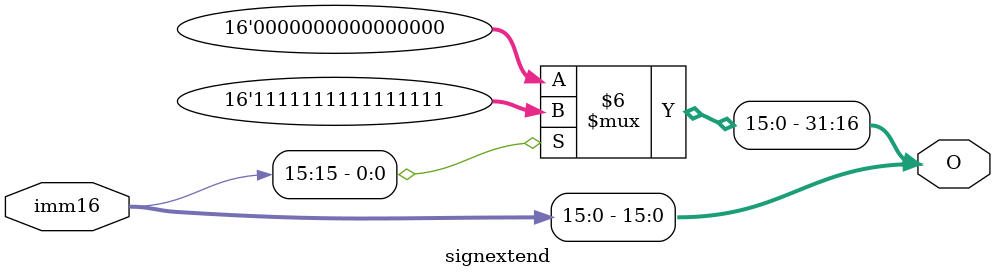
<source format=v>

module datapath(input Clr, Clk);

//wires to be used on instantiating the modules on datapath
  reg [7:0] state1;
  wire [7:0] Y, state, st;
  wire COND, MOC, IR_Ld, MAR_Ld, MDR_Ld, MuxMAR_Ld, RF_Ld, MuxC_Ld, PC_Ld, nPC_Ld, MuxMDR_Ld, MOV, RW, Hi_Ld, Lo_Ld;
	    wire inputCarry, negativeFlag, zeroFlag, carryFlag, overflowFlag;

  wire [5:0] opcode;
  wire[1:0] MuxA_Ld, MuxB_Ld, MuxReg_Ld;

  wire[31:0] DataOut;

	wire[31:0] PC_out;

	wire[31:0] se_out;

	wire[31:0] nPC_out;

	wire[31:0] MAR_out, Mux_MAR_out;

	wire[31:0] MDR_out, Mux_MDR_out;

	wire[31:0] ALU_out, Hi_in, Lo_in;
	wire[5:0] func;
  wire N, Z, C, V;

	wire[31:0] IR_out;

	wire[31:0] PA, PB; 
	wire[4:0] Mux_c_out;

	wire[31:0] Mux_a_out, Mux_b_out, Mux_reg_out;
	
  wire[31:0] lo_out, hi_out;
	
// Modules are Instantiated here. Missing ALU and Register File

	Control_Unit CU(state, Y, st, state1, COND, IR_out, MOC, IR_Ld, MAR_Ld, MDR_Ld, MuxMAR_Ld, RF_Ld, MuxC_Ld, PC_Ld, nPC_Ld, MuxMDR_Ld, MOV, RW, Hi_Ld, Lo_Ld, opcode, func, MuxA_Ld, MuxB_Ld, MuxReg_Ld, Clr, Clk);

	mux_4x1_32 MUXA(Mux_a_out, MuxA_Ld, PA, PC_out,  nPC_out, 32'b0);
	
	mux_4x1_32 MUXB(Mux_b_out, MuxB_Ld, PB, se_out, MDR_out, 32'd4);
	
  mux_2x1_5 MUXC(Mux_c_out, MuxC_Ld, IR_out[15:11], IR_out[20:16]);

  mux_3x1_32 MUXREG(Mux_reg_out, MuxReg_Ld, ALU_out, hi_out, lo_out);
			
	signextend SE(se_out, IR_out[15:0]);
  
  registernPC nPC(nPC_out, nPC_Ld, ALU_out, Clr, Clk);
	
	registerclr PC(PC_out, PC_Ld, nPC_out, Clr, Clk);
	
	registerIR IR(IR_out, IR_Ld, DataOut, Clr, Clk);
	
	registerclr LO(lo_out, Lo_Ld, ALU_out, Clr, Clk);
	
	registerclr HI(hi_out, Hi_Ld, ALU_out, Clr, Clk);
	
	mux_2x1_32 MUXMAR(Mux_MAR_out, MuxMAR_Ld, PC_out, ALU_out);
	
	mux_2x1_32 MUXMDR(Mux_MDR_out, MuxMDR_Ld, ALU_out, DataOut);
	
	registerclr MAR(MAR_out, MAR_Ld, Mux_MAR_out, Clr, Clk);
	
	registerclr MDR(MDR_out, MDR_Ld, Mux_MDR_out, Clr, Clk);
	
	ram512x8 RAM(DataOut, MOC, RW, MOV, MAR_out, MDR_out, opcode);

 registerFile rg(PA, PB, Mux_reg_out, IR_out[25:21], IR_out[20:16], Mux_c_out, RF_Ld, Clk, Clr);
  // RegisterFile rg(PA, PB, Mux_reg_out, Mux_c_out, RF_Ld, Clk, IR_out[25:21], IR_out[20:16], Clr);

	ALU ALU(ALU_out, N, Z, C, V, func, Mux_a_out, Mux_b_out);


endmodule

module mux_2x1_32(output reg [31:0] O, input Sel, input [31:0] r0, input [31:0] r1);
 always @ (r0,r1,Sel) begin	
    case(Sel)
    1'd0: O = r0;
    1'd1: O = r1;  
   endcase
 end
//   initial begin 
// #5
//  $display("Mux B:   Sel %b O %b", Sel, O);
//  #5
//  $display("Mux B:   Sel %b O %b", Sel, O);
//  #5
//  $display("Mux B:   Sel %b O %b", Sel, O); 
//  end
endmodule

module mux_2x1_5(output reg [4:0] O, input Sel, input [4:0] r0, input [4:0] r1);
 always @ (r0,r1,Sel) begin	
    case(Sel)
    1'd0: O = r0;
    1'd1: O = r1;  
   endcase
 end
endmodule

module mux_4x1_32(output reg [31:0] O, input [1:0] Sel, input [31:0] r0, input [31:0] r1, input [31:0] r2, input [31:0] r3);
 always @ (r0,r1,r2,r3,Sel) begin	
    case(Sel)
    2'd0: O = r0;
    2'd1: O = r1;  
	  2'd2: O = r2;
    2'd3: O = r3;   
   endcase
 end
//  initial begin
//  #5
//  $display("Mux A:   Sel %b O %b", Sel, O);
//  #5
//  $display("Mux A:   Sel %b O %b", Sel, O);
//  #5
//  $display("Mux A:   Sel %b O %b", Sel, O);
//  end
endmodule

module mux_3x1_32(output reg [31:0] O, input [1:0] Sel, input [31:0] r0, input [31:0] r1, input [31:0] r2);
 always @ (r0,r1,r2,Sel) begin	
    case(Sel)
    2'd0: O = r0;
    2'd1: O = r1;  
	2'd2: O = r2; 
   endcase
 end
endmodule

module registerclr(output reg [31:0]Q, input ld, input [31:0]D, input Clr, input Clk);	
  always @ (posedge Clk, posedge Clr)         
		if(Clr) Q = 32'h0000_0000;
		else if(ld)
			Q = D;           
endmodule
module registernPC(output reg [31:0]Q, input ld, input [31:0]D, input Clr, input Clk);	
  always @ (posedge Clk, posedge Clr)         
		if(Clr) Q = 32'd4;
		else if(ld)
			Q = D;           
endmodule


module registerIR(output reg [31:0]Q, input ld, input [31:0]D, input Clr, input Clk);	
  always @ (posedge Clk, posedge Clr)         

	if(ld)
			Q = D;           
endmodule


module signextend(output reg[31:0] O, input [15:0] imm16);
	always @ (imm16) begin
		if(imm16[15] == 1) begin
			O[31:16] = 16'hFFFF;
			O[15:0] = imm16;
		end

		else begin
			O[31:16] = 16'h0000;
			O[15:0] = imm16;
		end
	end
endmodule



</source>
